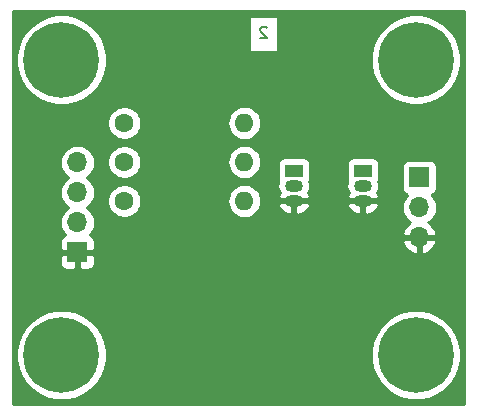
<source format=gbr>
G04 #@! TF.GenerationSoftware,KiCad,Pcbnew,(5.1.4)-1*
G04 #@! TF.CreationDate,2020-01-29T13:18:04+01:00*
G04 #@! TF.ProjectId,OneWire_Adapter,4f6e6557-6972-4655-9f41-646170746572,1.0*
G04 #@! TF.SameCoordinates,Original*
G04 #@! TF.FileFunction,Copper,L2,Bot*
G04 #@! TF.FilePolarity,Positive*
%FSLAX46Y46*%
G04 Gerber Fmt 4.6, Leading zero omitted, Abs format (unit mm)*
G04 Created by KiCad (PCBNEW (5.1.4)-1) date 2020-01-29 13:18:04*
%MOMM*%
%LPD*%
G04 APERTURE LIST*
%ADD10C,0.200000*%
%ADD11C,6.400000*%
%ADD12C,0.800000*%
%ADD13O,1.700000X1.700000*%
%ADD14R,1.700000X1.700000*%
%ADD15R,1.500000X1.050000*%
%ADD16O,1.500000X1.050000*%
%ADD17O,1.600000X1.600000*%
%ADD18C,1.600000*%
%ADD19C,0.254000*%
G04 APERTURE END LIST*
D10*
X143754714Y-84655619D02*
X143707095Y-84608000D01*
X143611857Y-84560380D01*
X143373761Y-84560380D01*
X143278523Y-84608000D01*
X143230904Y-84655619D01*
X143183285Y-84750857D01*
X143183285Y-84846095D01*
X143230904Y-84988952D01*
X143802333Y-85560380D01*
X143183285Y-85560380D01*
D11*
X126371000Y-112366000D03*
D12*
X128771000Y-112366000D03*
X128068056Y-114063056D03*
X126371000Y-114766000D03*
X124673944Y-114063056D03*
X123971000Y-112366000D03*
X124673944Y-110668944D03*
X126371000Y-109966000D03*
X128068056Y-110668944D03*
D11*
X126371000Y-87366000D03*
D12*
X128771000Y-87366000D03*
X128068056Y-89063056D03*
X126371000Y-89766000D03*
X124673944Y-89063056D03*
X123971000Y-87366000D03*
X124673944Y-85668944D03*
X126371000Y-84966000D03*
X128068056Y-85668944D03*
D11*
X156371000Y-87366000D03*
D12*
X158771000Y-87366000D03*
X158068056Y-89063056D03*
X156371000Y-89766000D03*
X154673944Y-89063056D03*
X153971000Y-87366000D03*
X154673944Y-85668944D03*
X156371000Y-84966000D03*
X158068056Y-85668944D03*
D13*
X156677000Y-102406000D03*
X156677000Y-99866000D03*
D14*
X156677000Y-97326000D03*
D13*
X127721000Y-96056000D03*
X127721000Y-98596000D03*
X127721000Y-101136000D03*
D14*
X127721000Y-103676000D03*
D15*
X151892000Y-96774000D03*
D16*
X151892000Y-99314000D03*
X151892000Y-98044000D03*
D15*
X146050000Y-96774000D03*
D16*
X146050000Y-99314000D03*
X146050000Y-98044000D03*
D17*
X141859000Y-92710000D03*
D18*
X131699000Y-92710000D03*
D17*
X141859000Y-96012000D03*
D18*
X131699000Y-96012000D03*
D17*
X141859000Y-99314000D03*
D18*
X131699000Y-99314000D03*
D12*
X158068056Y-110668944D03*
X156371000Y-109966000D03*
X154673944Y-110668944D03*
X153971000Y-112366000D03*
X154673944Y-114063056D03*
X156371000Y-114766000D03*
X158068056Y-114063056D03*
X158771000Y-112366000D03*
D11*
X156371000Y-112366000D03*
D19*
G36*
X160486001Y-116481000D02*
G01*
X122256000Y-116481000D01*
X122256000Y-111988285D01*
X122536000Y-111988285D01*
X122536000Y-112743715D01*
X122683377Y-113484628D01*
X122972467Y-114182554D01*
X123392161Y-114810670D01*
X123926330Y-115344839D01*
X124554446Y-115764533D01*
X125252372Y-116053623D01*
X125993285Y-116201000D01*
X126748715Y-116201000D01*
X127489628Y-116053623D01*
X128187554Y-115764533D01*
X128815670Y-115344839D01*
X129349839Y-114810670D01*
X129769533Y-114182554D01*
X130058623Y-113484628D01*
X130206000Y-112743715D01*
X130206000Y-111988285D01*
X152536000Y-111988285D01*
X152536000Y-112743715D01*
X152683377Y-113484628D01*
X152972467Y-114182554D01*
X153392161Y-114810670D01*
X153926330Y-115344839D01*
X154554446Y-115764533D01*
X155252372Y-116053623D01*
X155993285Y-116201000D01*
X156748715Y-116201000D01*
X157489628Y-116053623D01*
X158187554Y-115764533D01*
X158815670Y-115344839D01*
X159349839Y-114810670D01*
X159769533Y-114182554D01*
X160058623Y-113484628D01*
X160206000Y-112743715D01*
X160206000Y-111988285D01*
X160058623Y-111247372D01*
X159769533Y-110549446D01*
X159349839Y-109921330D01*
X158815670Y-109387161D01*
X158187554Y-108967467D01*
X157489628Y-108678377D01*
X156748715Y-108531000D01*
X155993285Y-108531000D01*
X155252372Y-108678377D01*
X154554446Y-108967467D01*
X153926330Y-109387161D01*
X153392161Y-109921330D01*
X152972467Y-110549446D01*
X152683377Y-111247372D01*
X152536000Y-111988285D01*
X130206000Y-111988285D01*
X130058623Y-111247372D01*
X129769533Y-110549446D01*
X129349839Y-109921330D01*
X128815670Y-109387161D01*
X128187554Y-108967467D01*
X127489628Y-108678377D01*
X126748715Y-108531000D01*
X125993285Y-108531000D01*
X125252372Y-108678377D01*
X124554446Y-108967467D01*
X123926330Y-109387161D01*
X123392161Y-109921330D01*
X122972467Y-110549446D01*
X122683377Y-111247372D01*
X122536000Y-111988285D01*
X122256000Y-111988285D01*
X122256000Y-104526000D01*
X126232928Y-104526000D01*
X126245188Y-104650482D01*
X126281498Y-104770180D01*
X126340463Y-104880494D01*
X126419815Y-104977185D01*
X126516506Y-105056537D01*
X126626820Y-105115502D01*
X126746518Y-105151812D01*
X126871000Y-105164072D01*
X127435250Y-105161000D01*
X127594000Y-105002250D01*
X127594000Y-103803000D01*
X127848000Y-103803000D01*
X127848000Y-105002250D01*
X128006750Y-105161000D01*
X128571000Y-105164072D01*
X128695482Y-105151812D01*
X128815180Y-105115502D01*
X128925494Y-105056537D01*
X129022185Y-104977185D01*
X129101537Y-104880494D01*
X129160502Y-104770180D01*
X129196812Y-104650482D01*
X129209072Y-104526000D01*
X129206000Y-103961750D01*
X129047250Y-103803000D01*
X127848000Y-103803000D01*
X127594000Y-103803000D01*
X126394750Y-103803000D01*
X126236000Y-103961750D01*
X126232928Y-104526000D01*
X122256000Y-104526000D01*
X122256000Y-96056000D01*
X126228815Y-96056000D01*
X126257487Y-96347111D01*
X126342401Y-96627034D01*
X126480294Y-96885014D01*
X126665866Y-97111134D01*
X126891986Y-97296706D01*
X126946791Y-97326000D01*
X126891986Y-97355294D01*
X126665866Y-97540866D01*
X126480294Y-97766986D01*
X126342401Y-98024966D01*
X126257487Y-98304889D01*
X126228815Y-98596000D01*
X126257487Y-98887111D01*
X126342401Y-99167034D01*
X126480294Y-99425014D01*
X126665866Y-99651134D01*
X126891986Y-99836706D01*
X126946791Y-99866000D01*
X126891986Y-99895294D01*
X126665866Y-100080866D01*
X126480294Y-100306986D01*
X126342401Y-100564966D01*
X126257487Y-100844889D01*
X126228815Y-101136000D01*
X126257487Y-101427111D01*
X126342401Y-101707034D01*
X126480294Y-101965014D01*
X126665866Y-102191134D01*
X126695687Y-102215607D01*
X126626820Y-102236498D01*
X126516506Y-102295463D01*
X126419815Y-102374815D01*
X126340463Y-102471506D01*
X126281498Y-102581820D01*
X126245188Y-102701518D01*
X126232928Y-102826000D01*
X126236000Y-103390250D01*
X126394750Y-103549000D01*
X127594000Y-103549000D01*
X127594000Y-103529000D01*
X127848000Y-103529000D01*
X127848000Y-103549000D01*
X129047250Y-103549000D01*
X129206000Y-103390250D01*
X129209072Y-102826000D01*
X129202857Y-102762890D01*
X155235524Y-102762890D01*
X155280175Y-102910099D01*
X155405359Y-103172920D01*
X155579412Y-103406269D01*
X155795645Y-103601178D01*
X156045748Y-103750157D01*
X156320109Y-103847481D01*
X156550000Y-103726814D01*
X156550000Y-102533000D01*
X156804000Y-102533000D01*
X156804000Y-103726814D01*
X157033891Y-103847481D01*
X157308252Y-103750157D01*
X157558355Y-103601178D01*
X157774588Y-103406269D01*
X157948641Y-103172920D01*
X158073825Y-102910099D01*
X158118476Y-102762890D01*
X157997155Y-102533000D01*
X156804000Y-102533000D01*
X156550000Y-102533000D01*
X155356845Y-102533000D01*
X155235524Y-102762890D01*
X129202857Y-102762890D01*
X129196812Y-102701518D01*
X129160502Y-102581820D01*
X129101537Y-102471506D01*
X129022185Y-102374815D01*
X128925494Y-102295463D01*
X128815180Y-102236498D01*
X128746313Y-102215607D01*
X128776134Y-102191134D01*
X128961706Y-101965014D01*
X129099599Y-101707034D01*
X129184513Y-101427111D01*
X129213185Y-101136000D01*
X129184513Y-100844889D01*
X129099599Y-100564966D01*
X128961706Y-100306986D01*
X128776134Y-100080866D01*
X128550014Y-99895294D01*
X128495209Y-99866000D01*
X128550014Y-99836706D01*
X128776134Y-99651134D01*
X128961706Y-99425014D01*
X129096589Y-99172665D01*
X130264000Y-99172665D01*
X130264000Y-99455335D01*
X130319147Y-99732574D01*
X130427320Y-99993727D01*
X130584363Y-100228759D01*
X130784241Y-100428637D01*
X131019273Y-100585680D01*
X131280426Y-100693853D01*
X131557665Y-100749000D01*
X131840335Y-100749000D01*
X132117574Y-100693853D01*
X132378727Y-100585680D01*
X132613759Y-100428637D01*
X132813637Y-100228759D01*
X132970680Y-99993727D01*
X133078853Y-99732574D01*
X133134000Y-99455335D01*
X133134000Y-99314000D01*
X140417057Y-99314000D01*
X140444764Y-99595309D01*
X140526818Y-99865808D01*
X140660068Y-100115101D01*
X140839392Y-100333608D01*
X141057899Y-100512932D01*
X141307192Y-100646182D01*
X141577691Y-100728236D01*
X141788508Y-100749000D01*
X141929492Y-100749000D01*
X142140309Y-100728236D01*
X142410808Y-100646182D01*
X142660101Y-100512932D01*
X142878608Y-100333608D01*
X143057932Y-100115101D01*
X143191182Y-99865808D01*
X143265803Y-99619810D01*
X144706036Y-99619810D01*
X144714728Y-99681337D01*
X144807725Y-99890882D01*
X144939816Y-100078258D01*
X145105924Y-100236264D01*
X145299666Y-100358828D01*
X145513596Y-100441239D01*
X145739493Y-100480331D01*
X145923000Y-100320598D01*
X145923000Y-99441000D01*
X146177000Y-99441000D01*
X146177000Y-100320598D01*
X146360507Y-100480331D01*
X146586404Y-100441239D01*
X146800334Y-100358828D01*
X146994076Y-100236264D01*
X147160184Y-100078258D01*
X147292275Y-99890882D01*
X147385272Y-99681337D01*
X147393964Y-99619810D01*
X150548036Y-99619810D01*
X150556728Y-99681337D01*
X150649725Y-99890882D01*
X150781816Y-100078258D01*
X150947924Y-100236264D01*
X151141666Y-100358828D01*
X151355596Y-100441239D01*
X151581493Y-100480331D01*
X151765000Y-100320598D01*
X151765000Y-99441000D01*
X152019000Y-99441000D01*
X152019000Y-100320598D01*
X152202507Y-100480331D01*
X152428404Y-100441239D01*
X152642334Y-100358828D01*
X152836076Y-100236264D01*
X153002184Y-100078258D01*
X153134275Y-99890882D01*
X153145317Y-99866000D01*
X155184815Y-99866000D01*
X155213487Y-100157111D01*
X155298401Y-100437034D01*
X155436294Y-100695014D01*
X155621866Y-100921134D01*
X155847986Y-101106706D01*
X155912523Y-101141201D01*
X155795645Y-101210822D01*
X155579412Y-101405731D01*
X155405359Y-101639080D01*
X155280175Y-101901901D01*
X155235524Y-102049110D01*
X155356845Y-102279000D01*
X156550000Y-102279000D01*
X156550000Y-102259000D01*
X156804000Y-102259000D01*
X156804000Y-102279000D01*
X157997155Y-102279000D01*
X158118476Y-102049110D01*
X158073825Y-101901901D01*
X157948641Y-101639080D01*
X157774588Y-101405731D01*
X157558355Y-101210822D01*
X157441477Y-101141201D01*
X157506014Y-101106706D01*
X157732134Y-100921134D01*
X157917706Y-100695014D01*
X158055599Y-100437034D01*
X158140513Y-100157111D01*
X158169185Y-99866000D01*
X158140513Y-99574889D01*
X158055599Y-99294966D01*
X157917706Y-99036986D01*
X157732134Y-98810866D01*
X157702313Y-98786393D01*
X157771180Y-98765502D01*
X157881494Y-98706537D01*
X157978185Y-98627185D01*
X158057537Y-98530494D01*
X158116502Y-98420180D01*
X158152812Y-98300482D01*
X158165072Y-98176000D01*
X158165072Y-96476000D01*
X158152812Y-96351518D01*
X158116502Y-96231820D01*
X158057537Y-96121506D01*
X157978185Y-96024815D01*
X157881494Y-95945463D01*
X157771180Y-95886498D01*
X157651482Y-95850188D01*
X157527000Y-95837928D01*
X155827000Y-95837928D01*
X155702518Y-95850188D01*
X155582820Y-95886498D01*
X155472506Y-95945463D01*
X155375815Y-96024815D01*
X155296463Y-96121506D01*
X155237498Y-96231820D01*
X155201188Y-96351518D01*
X155188928Y-96476000D01*
X155188928Y-98176000D01*
X155201188Y-98300482D01*
X155237498Y-98420180D01*
X155296463Y-98530494D01*
X155375815Y-98627185D01*
X155472506Y-98706537D01*
X155582820Y-98765502D01*
X155651687Y-98786393D01*
X155621866Y-98810866D01*
X155436294Y-99036986D01*
X155298401Y-99294966D01*
X155213487Y-99574889D01*
X155184815Y-99866000D01*
X153145317Y-99866000D01*
X153227272Y-99681337D01*
X153235964Y-99619810D01*
X153110163Y-99441000D01*
X152019000Y-99441000D01*
X151765000Y-99441000D01*
X150673837Y-99441000D01*
X150548036Y-99619810D01*
X147393964Y-99619810D01*
X147268163Y-99441000D01*
X146177000Y-99441000D01*
X145923000Y-99441000D01*
X144831837Y-99441000D01*
X144706036Y-99619810D01*
X143265803Y-99619810D01*
X143273236Y-99595309D01*
X143300943Y-99314000D01*
X143273236Y-99032691D01*
X143191182Y-98762192D01*
X143057932Y-98512899D01*
X142878608Y-98294392D01*
X142660101Y-98115068D01*
X142527143Y-98044000D01*
X144659388Y-98044000D01*
X144681785Y-98271400D01*
X144748115Y-98490060D01*
X144848929Y-98678669D01*
X144807725Y-98737118D01*
X144714728Y-98946663D01*
X144706036Y-99008190D01*
X144831837Y-99187000D01*
X145596891Y-99187000D01*
X145597600Y-99187215D01*
X145768021Y-99204000D01*
X146331979Y-99204000D01*
X146502400Y-99187215D01*
X146503109Y-99187000D01*
X147268163Y-99187000D01*
X147393964Y-99008190D01*
X147385272Y-98946663D01*
X147292275Y-98737118D01*
X147251071Y-98678669D01*
X147351885Y-98490060D01*
X147418215Y-98271400D01*
X147440612Y-98044000D01*
X150501388Y-98044000D01*
X150523785Y-98271400D01*
X150590115Y-98490060D01*
X150690929Y-98678669D01*
X150649725Y-98737118D01*
X150556728Y-98946663D01*
X150548036Y-99008190D01*
X150673837Y-99187000D01*
X151438891Y-99187000D01*
X151439600Y-99187215D01*
X151610021Y-99204000D01*
X152173979Y-99204000D01*
X152344400Y-99187215D01*
X152345109Y-99187000D01*
X153110163Y-99187000D01*
X153235964Y-99008190D01*
X153227272Y-98946663D01*
X153134275Y-98737118D01*
X153093071Y-98678669D01*
X153193885Y-98490060D01*
X153260215Y-98271400D01*
X153282612Y-98044000D01*
X153260215Y-97816600D01*
X153196907Y-97607902D01*
X153231502Y-97543180D01*
X153267812Y-97423482D01*
X153280072Y-97299000D01*
X153280072Y-96249000D01*
X153267812Y-96124518D01*
X153231502Y-96004820D01*
X153172537Y-95894506D01*
X153093185Y-95797815D01*
X152996494Y-95718463D01*
X152886180Y-95659498D01*
X152766482Y-95623188D01*
X152642000Y-95610928D01*
X151142000Y-95610928D01*
X151017518Y-95623188D01*
X150897820Y-95659498D01*
X150787506Y-95718463D01*
X150690815Y-95797815D01*
X150611463Y-95894506D01*
X150552498Y-96004820D01*
X150516188Y-96124518D01*
X150503928Y-96249000D01*
X150503928Y-97299000D01*
X150516188Y-97423482D01*
X150552498Y-97543180D01*
X150587093Y-97607902D01*
X150523785Y-97816600D01*
X150501388Y-98044000D01*
X147440612Y-98044000D01*
X147418215Y-97816600D01*
X147354907Y-97607902D01*
X147389502Y-97543180D01*
X147425812Y-97423482D01*
X147438072Y-97299000D01*
X147438072Y-96249000D01*
X147425812Y-96124518D01*
X147389502Y-96004820D01*
X147330537Y-95894506D01*
X147251185Y-95797815D01*
X147154494Y-95718463D01*
X147044180Y-95659498D01*
X146924482Y-95623188D01*
X146800000Y-95610928D01*
X145300000Y-95610928D01*
X145175518Y-95623188D01*
X145055820Y-95659498D01*
X144945506Y-95718463D01*
X144848815Y-95797815D01*
X144769463Y-95894506D01*
X144710498Y-96004820D01*
X144674188Y-96124518D01*
X144661928Y-96249000D01*
X144661928Y-97299000D01*
X144674188Y-97423482D01*
X144710498Y-97543180D01*
X144745093Y-97607902D01*
X144681785Y-97816600D01*
X144659388Y-98044000D01*
X142527143Y-98044000D01*
X142410808Y-97981818D01*
X142140309Y-97899764D01*
X141929492Y-97879000D01*
X141788508Y-97879000D01*
X141577691Y-97899764D01*
X141307192Y-97981818D01*
X141057899Y-98115068D01*
X140839392Y-98294392D01*
X140660068Y-98512899D01*
X140526818Y-98762192D01*
X140444764Y-99032691D01*
X140417057Y-99314000D01*
X133134000Y-99314000D01*
X133134000Y-99172665D01*
X133078853Y-98895426D01*
X132970680Y-98634273D01*
X132813637Y-98399241D01*
X132613759Y-98199363D01*
X132378727Y-98042320D01*
X132117574Y-97934147D01*
X131840335Y-97879000D01*
X131557665Y-97879000D01*
X131280426Y-97934147D01*
X131019273Y-98042320D01*
X130784241Y-98199363D01*
X130584363Y-98399241D01*
X130427320Y-98634273D01*
X130319147Y-98895426D01*
X130264000Y-99172665D01*
X129096589Y-99172665D01*
X129099599Y-99167034D01*
X129184513Y-98887111D01*
X129213185Y-98596000D01*
X129184513Y-98304889D01*
X129099599Y-98024966D01*
X128961706Y-97766986D01*
X128776134Y-97540866D01*
X128550014Y-97355294D01*
X128495209Y-97326000D01*
X128550014Y-97296706D01*
X128776134Y-97111134D01*
X128961706Y-96885014D01*
X129099599Y-96627034D01*
X129184513Y-96347111D01*
X129213185Y-96056000D01*
X129194932Y-95870665D01*
X130264000Y-95870665D01*
X130264000Y-96153335D01*
X130319147Y-96430574D01*
X130427320Y-96691727D01*
X130584363Y-96926759D01*
X130784241Y-97126637D01*
X131019273Y-97283680D01*
X131280426Y-97391853D01*
X131557665Y-97447000D01*
X131840335Y-97447000D01*
X132117574Y-97391853D01*
X132378727Y-97283680D01*
X132613759Y-97126637D01*
X132813637Y-96926759D01*
X132970680Y-96691727D01*
X133078853Y-96430574D01*
X133134000Y-96153335D01*
X133134000Y-96012000D01*
X140417057Y-96012000D01*
X140444764Y-96293309D01*
X140526818Y-96563808D01*
X140660068Y-96813101D01*
X140839392Y-97031608D01*
X141057899Y-97210932D01*
X141307192Y-97344182D01*
X141577691Y-97426236D01*
X141788508Y-97447000D01*
X141929492Y-97447000D01*
X142140309Y-97426236D01*
X142410808Y-97344182D01*
X142660101Y-97210932D01*
X142878608Y-97031608D01*
X143057932Y-96813101D01*
X143191182Y-96563808D01*
X143273236Y-96293309D01*
X143300943Y-96012000D01*
X143273236Y-95730691D01*
X143191182Y-95460192D01*
X143057932Y-95210899D01*
X142878608Y-94992392D01*
X142660101Y-94813068D01*
X142410808Y-94679818D01*
X142140309Y-94597764D01*
X141929492Y-94577000D01*
X141788508Y-94577000D01*
X141577691Y-94597764D01*
X141307192Y-94679818D01*
X141057899Y-94813068D01*
X140839392Y-94992392D01*
X140660068Y-95210899D01*
X140526818Y-95460192D01*
X140444764Y-95730691D01*
X140417057Y-96012000D01*
X133134000Y-96012000D01*
X133134000Y-95870665D01*
X133078853Y-95593426D01*
X132970680Y-95332273D01*
X132813637Y-95097241D01*
X132613759Y-94897363D01*
X132378727Y-94740320D01*
X132117574Y-94632147D01*
X131840335Y-94577000D01*
X131557665Y-94577000D01*
X131280426Y-94632147D01*
X131019273Y-94740320D01*
X130784241Y-94897363D01*
X130584363Y-95097241D01*
X130427320Y-95332273D01*
X130319147Y-95593426D01*
X130264000Y-95870665D01*
X129194932Y-95870665D01*
X129184513Y-95764889D01*
X129099599Y-95484966D01*
X128961706Y-95226986D01*
X128776134Y-95000866D01*
X128550014Y-94815294D01*
X128292034Y-94677401D01*
X128012111Y-94592487D01*
X127793950Y-94571000D01*
X127648050Y-94571000D01*
X127429889Y-94592487D01*
X127149966Y-94677401D01*
X126891986Y-94815294D01*
X126665866Y-95000866D01*
X126480294Y-95226986D01*
X126342401Y-95484966D01*
X126257487Y-95764889D01*
X126228815Y-96056000D01*
X122256000Y-96056000D01*
X122256000Y-92568665D01*
X130264000Y-92568665D01*
X130264000Y-92851335D01*
X130319147Y-93128574D01*
X130427320Y-93389727D01*
X130584363Y-93624759D01*
X130784241Y-93824637D01*
X131019273Y-93981680D01*
X131280426Y-94089853D01*
X131557665Y-94145000D01*
X131840335Y-94145000D01*
X132117574Y-94089853D01*
X132378727Y-93981680D01*
X132613759Y-93824637D01*
X132813637Y-93624759D01*
X132970680Y-93389727D01*
X133078853Y-93128574D01*
X133134000Y-92851335D01*
X133134000Y-92710000D01*
X140417057Y-92710000D01*
X140444764Y-92991309D01*
X140526818Y-93261808D01*
X140660068Y-93511101D01*
X140839392Y-93729608D01*
X141057899Y-93908932D01*
X141307192Y-94042182D01*
X141577691Y-94124236D01*
X141788508Y-94145000D01*
X141929492Y-94145000D01*
X142140309Y-94124236D01*
X142410808Y-94042182D01*
X142660101Y-93908932D01*
X142878608Y-93729608D01*
X143057932Y-93511101D01*
X143191182Y-93261808D01*
X143273236Y-92991309D01*
X143300943Y-92710000D01*
X143273236Y-92428691D01*
X143191182Y-92158192D01*
X143057932Y-91908899D01*
X142878608Y-91690392D01*
X142660101Y-91511068D01*
X142410808Y-91377818D01*
X142140309Y-91295764D01*
X141929492Y-91275000D01*
X141788508Y-91275000D01*
X141577691Y-91295764D01*
X141307192Y-91377818D01*
X141057899Y-91511068D01*
X140839392Y-91690392D01*
X140660068Y-91908899D01*
X140526818Y-92158192D01*
X140444764Y-92428691D01*
X140417057Y-92710000D01*
X133134000Y-92710000D01*
X133134000Y-92568665D01*
X133078853Y-92291426D01*
X132970680Y-92030273D01*
X132813637Y-91795241D01*
X132613759Y-91595363D01*
X132378727Y-91438320D01*
X132117574Y-91330147D01*
X131840335Y-91275000D01*
X131557665Y-91275000D01*
X131280426Y-91330147D01*
X131019273Y-91438320D01*
X130784241Y-91595363D01*
X130584363Y-91795241D01*
X130427320Y-92030273D01*
X130319147Y-92291426D01*
X130264000Y-92568665D01*
X122256000Y-92568665D01*
X122256000Y-86988285D01*
X122536000Y-86988285D01*
X122536000Y-87743715D01*
X122683377Y-88484628D01*
X122972467Y-89182554D01*
X123392161Y-89810670D01*
X123926330Y-90344839D01*
X124554446Y-90764533D01*
X125252372Y-91053623D01*
X125993285Y-91201000D01*
X126748715Y-91201000D01*
X127489628Y-91053623D01*
X128187554Y-90764533D01*
X128815670Y-90344839D01*
X129349839Y-89810670D01*
X129769533Y-89182554D01*
X130058623Y-88484628D01*
X130206000Y-87743715D01*
X130206000Y-86988285D01*
X152536000Y-86988285D01*
X152536000Y-87743715D01*
X152683377Y-88484628D01*
X152972467Y-89182554D01*
X153392161Y-89810670D01*
X153926330Y-90344839D01*
X154554446Y-90764533D01*
X155252372Y-91053623D01*
X155993285Y-91201000D01*
X156748715Y-91201000D01*
X157489628Y-91053623D01*
X158187554Y-90764533D01*
X158815670Y-90344839D01*
X159349839Y-89810670D01*
X159769533Y-89182554D01*
X160058623Y-88484628D01*
X160206000Y-87743715D01*
X160206000Y-86988285D01*
X160058623Y-86247372D01*
X159769533Y-85549446D01*
X159349839Y-84921330D01*
X158815670Y-84387161D01*
X158187554Y-83967467D01*
X157489628Y-83678377D01*
X156748715Y-83531000D01*
X155993285Y-83531000D01*
X155252372Y-83678377D01*
X154554446Y-83967467D01*
X153926330Y-84387161D01*
X153392161Y-84921330D01*
X152972467Y-85549446D01*
X152683377Y-86247372D01*
X152536000Y-86988285D01*
X130206000Y-86988285D01*
X130058623Y-86247372D01*
X129769533Y-85549446D01*
X129349839Y-84921330D01*
X128815670Y-84387161D01*
X128187554Y-83967467D01*
X127549074Y-83703000D01*
X142257810Y-83703000D01*
X142257810Y-86673000D01*
X144680191Y-86673000D01*
X144680191Y-83703000D01*
X142257810Y-83703000D01*
X127549074Y-83703000D01*
X127489628Y-83678377D01*
X126748715Y-83531000D01*
X125993285Y-83531000D01*
X125252372Y-83678377D01*
X124554446Y-83967467D01*
X123926330Y-84387161D01*
X123392161Y-84921330D01*
X122972467Y-85549446D01*
X122683377Y-86247372D01*
X122536000Y-86988285D01*
X122256000Y-86988285D01*
X122256000Y-83251000D01*
X160486000Y-83251000D01*
X160486001Y-116481000D01*
X160486001Y-116481000D01*
G37*
X160486001Y-116481000D02*
X122256000Y-116481000D01*
X122256000Y-111988285D01*
X122536000Y-111988285D01*
X122536000Y-112743715D01*
X122683377Y-113484628D01*
X122972467Y-114182554D01*
X123392161Y-114810670D01*
X123926330Y-115344839D01*
X124554446Y-115764533D01*
X125252372Y-116053623D01*
X125993285Y-116201000D01*
X126748715Y-116201000D01*
X127489628Y-116053623D01*
X128187554Y-115764533D01*
X128815670Y-115344839D01*
X129349839Y-114810670D01*
X129769533Y-114182554D01*
X130058623Y-113484628D01*
X130206000Y-112743715D01*
X130206000Y-111988285D01*
X152536000Y-111988285D01*
X152536000Y-112743715D01*
X152683377Y-113484628D01*
X152972467Y-114182554D01*
X153392161Y-114810670D01*
X153926330Y-115344839D01*
X154554446Y-115764533D01*
X155252372Y-116053623D01*
X155993285Y-116201000D01*
X156748715Y-116201000D01*
X157489628Y-116053623D01*
X158187554Y-115764533D01*
X158815670Y-115344839D01*
X159349839Y-114810670D01*
X159769533Y-114182554D01*
X160058623Y-113484628D01*
X160206000Y-112743715D01*
X160206000Y-111988285D01*
X160058623Y-111247372D01*
X159769533Y-110549446D01*
X159349839Y-109921330D01*
X158815670Y-109387161D01*
X158187554Y-108967467D01*
X157489628Y-108678377D01*
X156748715Y-108531000D01*
X155993285Y-108531000D01*
X155252372Y-108678377D01*
X154554446Y-108967467D01*
X153926330Y-109387161D01*
X153392161Y-109921330D01*
X152972467Y-110549446D01*
X152683377Y-111247372D01*
X152536000Y-111988285D01*
X130206000Y-111988285D01*
X130058623Y-111247372D01*
X129769533Y-110549446D01*
X129349839Y-109921330D01*
X128815670Y-109387161D01*
X128187554Y-108967467D01*
X127489628Y-108678377D01*
X126748715Y-108531000D01*
X125993285Y-108531000D01*
X125252372Y-108678377D01*
X124554446Y-108967467D01*
X123926330Y-109387161D01*
X123392161Y-109921330D01*
X122972467Y-110549446D01*
X122683377Y-111247372D01*
X122536000Y-111988285D01*
X122256000Y-111988285D01*
X122256000Y-104526000D01*
X126232928Y-104526000D01*
X126245188Y-104650482D01*
X126281498Y-104770180D01*
X126340463Y-104880494D01*
X126419815Y-104977185D01*
X126516506Y-105056537D01*
X126626820Y-105115502D01*
X126746518Y-105151812D01*
X126871000Y-105164072D01*
X127435250Y-105161000D01*
X127594000Y-105002250D01*
X127594000Y-103803000D01*
X127848000Y-103803000D01*
X127848000Y-105002250D01*
X128006750Y-105161000D01*
X128571000Y-105164072D01*
X128695482Y-105151812D01*
X128815180Y-105115502D01*
X128925494Y-105056537D01*
X129022185Y-104977185D01*
X129101537Y-104880494D01*
X129160502Y-104770180D01*
X129196812Y-104650482D01*
X129209072Y-104526000D01*
X129206000Y-103961750D01*
X129047250Y-103803000D01*
X127848000Y-103803000D01*
X127594000Y-103803000D01*
X126394750Y-103803000D01*
X126236000Y-103961750D01*
X126232928Y-104526000D01*
X122256000Y-104526000D01*
X122256000Y-96056000D01*
X126228815Y-96056000D01*
X126257487Y-96347111D01*
X126342401Y-96627034D01*
X126480294Y-96885014D01*
X126665866Y-97111134D01*
X126891986Y-97296706D01*
X126946791Y-97326000D01*
X126891986Y-97355294D01*
X126665866Y-97540866D01*
X126480294Y-97766986D01*
X126342401Y-98024966D01*
X126257487Y-98304889D01*
X126228815Y-98596000D01*
X126257487Y-98887111D01*
X126342401Y-99167034D01*
X126480294Y-99425014D01*
X126665866Y-99651134D01*
X126891986Y-99836706D01*
X126946791Y-99866000D01*
X126891986Y-99895294D01*
X126665866Y-100080866D01*
X126480294Y-100306986D01*
X126342401Y-100564966D01*
X126257487Y-100844889D01*
X126228815Y-101136000D01*
X126257487Y-101427111D01*
X126342401Y-101707034D01*
X126480294Y-101965014D01*
X126665866Y-102191134D01*
X126695687Y-102215607D01*
X126626820Y-102236498D01*
X126516506Y-102295463D01*
X126419815Y-102374815D01*
X126340463Y-102471506D01*
X126281498Y-102581820D01*
X126245188Y-102701518D01*
X126232928Y-102826000D01*
X126236000Y-103390250D01*
X126394750Y-103549000D01*
X127594000Y-103549000D01*
X127594000Y-103529000D01*
X127848000Y-103529000D01*
X127848000Y-103549000D01*
X129047250Y-103549000D01*
X129206000Y-103390250D01*
X129209072Y-102826000D01*
X129202857Y-102762890D01*
X155235524Y-102762890D01*
X155280175Y-102910099D01*
X155405359Y-103172920D01*
X155579412Y-103406269D01*
X155795645Y-103601178D01*
X156045748Y-103750157D01*
X156320109Y-103847481D01*
X156550000Y-103726814D01*
X156550000Y-102533000D01*
X156804000Y-102533000D01*
X156804000Y-103726814D01*
X157033891Y-103847481D01*
X157308252Y-103750157D01*
X157558355Y-103601178D01*
X157774588Y-103406269D01*
X157948641Y-103172920D01*
X158073825Y-102910099D01*
X158118476Y-102762890D01*
X157997155Y-102533000D01*
X156804000Y-102533000D01*
X156550000Y-102533000D01*
X155356845Y-102533000D01*
X155235524Y-102762890D01*
X129202857Y-102762890D01*
X129196812Y-102701518D01*
X129160502Y-102581820D01*
X129101537Y-102471506D01*
X129022185Y-102374815D01*
X128925494Y-102295463D01*
X128815180Y-102236498D01*
X128746313Y-102215607D01*
X128776134Y-102191134D01*
X128961706Y-101965014D01*
X129099599Y-101707034D01*
X129184513Y-101427111D01*
X129213185Y-101136000D01*
X129184513Y-100844889D01*
X129099599Y-100564966D01*
X128961706Y-100306986D01*
X128776134Y-100080866D01*
X128550014Y-99895294D01*
X128495209Y-99866000D01*
X128550014Y-99836706D01*
X128776134Y-99651134D01*
X128961706Y-99425014D01*
X129096589Y-99172665D01*
X130264000Y-99172665D01*
X130264000Y-99455335D01*
X130319147Y-99732574D01*
X130427320Y-99993727D01*
X130584363Y-100228759D01*
X130784241Y-100428637D01*
X131019273Y-100585680D01*
X131280426Y-100693853D01*
X131557665Y-100749000D01*
X131840335Y-100749000D01*
X132117574Y-100693853D01*
X132378727Y-100585680D01*
X132613759Y-100428637D01*
X132813637Y-100228759D01*
X132970680Y-99993727D01*
X133078853Y-99732574D01*
X133134000Y-99455335D01*
X133134000Y-99314000D01*
X140417057Y-99314000D01*
X140444764Y-99595309D01*
X140526818Y-99865808D01*
X140660068Y-100115101D01*
X140839392Y-100333608D01*
X141057899Y-100512932D01*
X141307192Y-100646182D01*
X141577691Y-100728236D01*
X141788508Y-100749000D01*
X141929492Y-100749000D01*
X142140309Y-100728236D01*
X142410808Y-100646182D01*
X142660101Y-100512932D01*
X142878608Y-100333608D01*
X143057932Y-100115101D01*
X143191182Y-99865808D01*
X143265803Y-99619810D01*
X144706036Y-99619810D01*
X144714728Y-99681337D01*
X144807725Y-99890882D01*
X144939816Y-100078258D01*
X145105924Y-100236264D01*
X145299666Y-100358828D01*
X145513596Y-100441239D01*
X145739493Y-100480331D01*
X145923000Y-100320598D01*
X145923000Y-99441000D01*
X146177000Y-99441000D01*
X146177000Y-100320598D01*
X146360507Y-100480331D01*
X146586404Y-100441239D01*
X146800334Y-100358828D01*
X146994076Y-100236264D01*
X147160184Y-100078258D01*
X147292275Y-99890882D01*
X147385272Y-99681337D01*
X147393964Y-99619810D01*
X150548036Y-99619810D01*
X150556728Y-99681337D01*
X150649725Y-99890882D01*
X150781816Y-100078258D01*
X150947924Y-100236264D01*
X151141666Y-100358828D01*
X151355596Y-100441239D01*
X151581493Y-100480331D01*
X151765000Y-100320598D01*
X151765000Y-99441000D01*
X152019000Y-99441000D01*
X152019000Y-100320598D01*
X152202507Y-100480331D01*
X152428404Y-100441239D01*
X152642334Y-100358828D01*
X152836076Y-100236264D01*
X153002184Y-100078258D01*
X153134275Y-99890882D01*
X153145317Y-99866000D01*
X155184815Y-99866000D01*
X155213487Y-100157111D01*
X155298401Y-100437034D01*
X155436294Y-100695014D01*
X155621866Y-100921134D01*
X155847986Y-101106706D01*
X155912523Y-101141201D01*
X155795645Y-101210822D01*
X155579412Y-101405731D01*
X155405359Y-101639080D01*
X155280175Y-101901901D01*
X155235524Y-102049110D01*
X155356845Y-102279000D01*
X156550000Y-102279000D01*
X156550000Y-102259000D01*
X156804000Y-102259000D01*
X156804000Y-102279000D01*
X157997155Y-102279000D01*
X158118476Y-102049110D01*
X158073825Y-101901901D01*
X157948641Y-101639080D01*
X157774588Y-101405731D01*
X157558355Y-101210822D01*
X157441477Y-101141201D01*
X157506014Y-101106706D01*
X157732134Y-100921134D01*
X157917706Y-100695014D01*
X158055599Y-100437034D01*
X158140513Y-100157111D01*
X158169185Y-99866000D01*
X158140513Y-99574889D01*
X158055599Y-99294966D01*
X157917706Y-99036986D01*
X157732134Y-98810866D01*
X157702313Y-98786393D01*
X157771180Y-98765502D01*
X157881494Y-98706537D01*
X157978185Y-98627185D01*
X158057537Y-98530494D01*
X158116502Y-98420180D01*
X158152812Y-98300482D01*
X158165072Y-98176000D01*
X158165072Y-96476000D01*
X158152812Y-96351518D01*
X158116502Y-96231820D01*
X158057537Y-96121506D01*
X157978185Y-96024815D01*
X157881494Y-95945463D01*
X157771180Y-95886498D01*
X157651482Y-95850188D01*
X157527000Y-95837928D01*
X155827000Y-95837928D01*
X155702518Y-95850188D01*
X155582820Y-95886498D01*
X155472506Y-95945463D01*
X155375815Y-96024815D01*
X155296463Y-96121506D01*
X155237498Y-96231820D01*
X155201188Y-96351518D01*
X155188928Y-96476000D01*
X155188928Y-98176000D01*
X155201188Y-98300482D01*
X155237498Y-98420180D01*
X155296463Y-98530494D01*
X155375815Y-98627185D01*
X155472506Y-98706537D01*
X155582820Y-98765502D01*
X155651687Y-98786393D01*
X155621866Y-98810866D01*
X155436294Y-99036986D01*
X155298401Y-99294966D01*
X155213487Y-99574889D01*
X155184815Y-99866000D01*
X153145317Y-99866000D01*
X153227272Y-99681337D01*
X153235964Y-99619810D01*
X153110163Y-99441000D01*
X152019000Y-99441000D01*
X151765000Y-99441000D01*
X150673837Y-99441000D01*
X150548036Y-99619810D01*
X147393964Y-99619810D01*
X147268163Y-99441000D01*
X146177000Y-99441000D01*
X145923000Y-99441000D01*
X144831837Y-99441000D01*
X144706036Y-99619810D01*
X143265803Y-99619810D01*
X143273236Y-99595309D01*
X143300943Y-99314000D01*
X143273236Y-99032691D01*
X143191182Y-98762192D01*
X143057932Y-98512899D01*
X142878608Y-98294392D01*
X142660101Y-98115068D01*
X142527143Y-98044000D01*
X144659388Y-98044000D01*
X144681785Y-98271400D01*
X144748115Y-98490060D01*
X144848929Y-98678669D01*
X144807725Y-98737118D01*
X144714728Y-98946663D01*
X144706036Y-99008190D01*
X144831837Y-99187000D01*
X145596891Y-99187000D01*
X145597600Y-99187215D01*
X145768021Y-99204000D01*
X146331979Y-99204000D01*
X146502400Y-99187215D01*
X146503109Y-99187000D01*
X147268163Y-99187000D01*
X147393964Y-99008190D01*
X147385272Y-98946663D01*
X147292275Y-98737118D01*
X147251071Y-98678669D01*
X147351885Y-98490060D01*
X147418215Y-98271400D01*
X147440612Y-98044000D01*
X150501388Y-98044000D01*
X150523785Y-98271400D01*
X150590115Y-98490060D01*
X150690929Y-98678669D01*
X150649725Y-98737118D01*
X150556728Y-98946663D01*
X150548036Y-99008190D01*
X150673837Y-99187000D01*
X151438891Y-99187000D01*
X151439600Y-99187215D01*
X151610021Y-99204000D01*
X152173979Y-99204000D01*
X152344400Y-99187215D01*
X152345109Y-99187000D01*
X153110163Y-99187000D01*
X153235964Y-99008190D01*
X153227272Y-98946663D01*
X153134275Y-98737118D01*
X153093071Y-98678669D01*
X153193885Y-98490060D01*
X153260215Y-98271400D01*
X153282612Y-98044000D01*
X153260215Y-97816600D01*
X153196907Y-97607902D01*
X153231502Y-97543180D01*
X153267812Y-97423482D01*
X153280072Y-97299000D01*
X153280072Y-96249000D01*
X153267812Y-96124518D01*
X153231502Y-96004820D01*
X153172537Y-95894506D01*
X153093185Y-95797815D01*
X152996494Y-95718463D01*
X152886180Y-95659498D01*
X152766482Y-95623188D01*
X152642000Y-95610928D01*
X151142000Y-95610928D01*
X151017518Y-95623188D01*
X150897820Y-95659498D01*
X150787506Y-95718463D01*
X150690815Y-95797815D01*
X150611463Y-95894506D01*
X150552498Y-96004820D01*
X150516188Y-96124518D01*
X150503928Y-96249000D01*
X150503928Y-97299000D01*
X150516188Y-97423482D01*
X150552498Y-97543180D01*
X150587093Y-97607902D01*
X150523785Y-97816600D01*
X150501388Y-98044000D01*
X147440612Y-98044000D01*
X147418215Y-97816600D01*
X147354907Y-97607902D01*
X147389502Y-97543180D01*
X147425812Y-97423482D01*
X147438072Y-97299000D01*
X147438072Y-96249000D01*
X147425812Y-96124518D01*
X147389502Y-96004820D01*
X147330537Y-95894506D01*
X147251185Y-95797815D01*
X147154494Y-95718463D01*
X147044180Y-95659498D01*
X146924482Y-95623188D01*
X146800000Y-95610928D01*
X145300000Y-95610928D01*
X145175518Y-95623188D01*
X145055820Y-95659498D01*
X144945506Y-95718463D01*
X144848815Y-95797815D01*
X144769463Y-95894506D01*
X144710498Y-96004820D01*
X144674188Y-96124518D01*
X144661928Y-96249000D01*
X144661928Y-97299000D01*
X144674188Y-97423482D01*
X144710498Y-97543180D01*
X144745093Y-97607902D01*
X144681785Y-97816600D01*
X144659388Y-98044000D01*
X142527143Y-98044000D01*
X142410808Y-97981818D01*
X142140309Y-97899764D01*
X141929492Y-97879000D01*
X141788508Y-97879000D01*
X141577691Y-97899764D01*
X141307192Y-97981818D01*
X141057899Y-98115068D01*
X140839392Y-98294392D01*
X140660068Y-98512899D01*
X140526818Y-98762192D01*
X140444764Y-99032691D01*
X140417057Y-99314000D01*
X133134000Y-99314000D01*
X133134000Y-99172665D01*
X133078853Y-98895426D01*
X132970680Y-98634273D01*
X132813637Y-98399241D01*
X132613759Y-98199363D01*
X132378727Y-98042320D01*
X132117574Y-97934147D01*
X131840335Y-97879000D01*
X131557665Y-97879000D01*
X131280426Y-97934147D01*
X131019273Y-98042320D01*
X130784241Y-98199363D01*
X130584363Y-98399241D01*
X130427320Y-98634273D01*
X130319147Y-98895426D01*
X130264000Y-99172665D01*
X129096589Y-99172665D01*
X129099599Y-99167034D01*
X129184513Y-98887111D01*
X129213185Y-98596000D01*
X129184513Y-98304889D01*
X129099599Y-98024966D01*
X128961706Y-97766986D01*
X128776134Y-97540866D01*
X128550014Y-97355294D01*
X128495209Y-97326000D01*
X128550014Y-97296706D01*
X128776134Y-97111134D01*
X128961706Y-96885014D01*
X129099599Y-96627034D01*
X129184513Y-96347111D01*
X129213185Y-96056000D01*
X129194932Y-95870665D01*
X130264000Y-95870665D01*
X130264000Y-96153335D01*
X130319147Y-96430574D01*
X130427320Y-96691727D01*
X130584363Y-96926759D01*
X130784241Y-97126637D01*
X131019273Y-97283680D01*
X131280426Y-97391853D01*
X131557665Y-97447000D01*
X131840335Y-97447000D01*
X132117574Y-97391853D01*
X132378727Y-97283680D01*
X132613759Y-97126637D01*
X132813637Y-96926759D01*
X132970680Y-96691727D01*
X133078853Y-96430574D01*
X133134000Y-96153335D01*
X133134000Y-96012000D01*
X140417057Y-96012000D01*
X140444764Y-96293309D01*
X140526818Y-96563808D01*
X140660068Y-96813101D01*
X140839392Y-97031608D01*
X141057899Y-97210932D01*
X141307192Y-97344182D01*
X141577691Y-97426236D01*
X141788508Y-97447000D01*
X141929492Y-97447000D01*
X142140309Y-97426236D01*
X142410808Y-97344182D01*
X142660101Y-97210932D01*
X142878608Y-97031608D01*
X143057932Y-96813101D01*
X143191182Y-96563808D01*
X143273236Y-96293309D01*
X143300943Y-96012000D01*
X143273236Y-95730691D01*
X143191182Y-95460192D01*
X143057932Y-95210899D01*
X142878608Y-94992392D01*
X142660101Y-94813068D01*
X142410808Y-94679818D01*
X142140309Y-94597764D01*
X141929492Y-94577000D01*
X141788508Y-94577000D01*
X141577691Y-94597764D01*
X141307192Y-94679818D01*
X141057899Y-94813068D01*
X140839392Y-94992392D01*
X140660068Y-95210899D01*
X140526818Y-95460192D01*
X140444764Y-95730691D01*
X140417057Y-96012000D01*
X133134000Y-96012000D01*
X133134000Y-95870665D01*
X133078853Y-95593426D01*
X132970680Y-95332273D01*
X132813637Y-95097241D01*
X132613759Y-94897363D01*
X132378727Y-94740320D01*
X132117574Y-94632147D01*
X131840335Y-94577000D01*
X131557665Y-94577000D01*
X131280426Y-94632147D01*
X131019273Y-94740320D01*
X130784241Y-94897363D01*
X130584363Y-95097241D01*
X130427320Y-95332273D01*
X130319147Y-95593426D01*
X130264000Y-95870665D01*
X129194932Y-95870665D01*
X129184513Y-95764889D01*
X129099599Y-95484966D01*
X128961706Y-95226986D01*
X128776134Y-95000866D01*
X128550014Y-94815294D01*
X128292034Y-94677401D01*
X128012111Y-94592487D01*
X127793950Y-94571000D01*
X127648050Y-94571000D01*
X127429889Y-94592487D01*
X127149966Y-94677401D01*
X126891986Y-94815294D01*
X126665866Y-95000866D01*
X126480294Y-95226986D01*
X126342401Y-95484966D01*
X126257487Y-95764889D01*
X126228815Y-96056000D01*
X122256000Y-96056000D01*
X122256000Y-92568665D01*
X130264000Y-92568665D01*
X130264000Y-92851335D01*
X130319147Y-93128574D01*
X130427320Y-93389727D01*
X130584363Y-93624759D01*
X130784241Y-93824637D01*
X131019273Y-93981680D01*
X131280426Y-94089853D01*
X131557665Y-94145000D01*
X131840335Y-94145000D01*
X132117574Y-94089853D01*
X132378727Y-93981680D01*
X132613759Y-93824637D01*
X132813637Y-93624759D01*
X132970680Y-93389727D01*
X133078853Y-93128574D01*
X133134000Y-92851335D01*
X133134000Y-92710000D01*
X140417057Y-92710000D01*
X140444764Y-92991309D01*
X140526818Y-93261808D01*
X140660068Y-93511101D01*
X140839392Y-93729608D01*
X141057899Y-93908932D01*
X141307192Y-94042182D01*
X141577691Y-94124236D01*
X141788508Y-94145000D01*
X141929492Y-94145000D01*
X142140309Y-94124236D01*
X142410808Y-94042182D01*
X142660101Y-93908932D01*
X142878608Y-93729608D01*
X143057932Y-93511101D01*
X143191182Y-93261808D01*
X143273236Y-92991309D01*
X143300943Y-92710000D01*
X143273236Y-92428691D01*
X143191182Y-92158192D01*
X143057932Y-91908899D01*
X142878608Y-91690392D01*
X142660101Y-91511068D01*
X142410808Y-91377818D01*
X142140309Y-91295764D01*
X141929492Y-91275000D01*
X141788508Y-91275000D01*
X141577691Y-91295764D01*
X141307192Y-91377818D01*
X141057899Y-91511068D01*
X140839392Y-91690392D01*
X140660068Y-91908899D01*
X140526818Y-92158192D01*
X140444764Y-92428691D01*
X140417057Y-92710000D01*
X133134000Y-92710000D01*
X133134000Y-92568665D01*
X133078853Y-92291426D01*
X132970680Y-92030273D01*
X132813637Y-91795241D01*
X132613759Y-91595363D01*
X132378727Y-91438320D01*
X132117574Y-91330147D01*
X131840335Y-91275000D01*
X131557665Y-91275000D01*
X131280426Y-91330147D01*
X131019273Y-91438320D01*
X130784241Y-91595363D01*
X130584363Y-91795241D01*
X130427320Y-92030273D01*
X130319147Y-92291426D01*
X130264000Y-92568665D01*
X122256000Y-92568665D01*
X122256000Y-86988285D01*
X122536000Y-86988285D01*
X122536000Y-87743715D01*
X122683377Y-88484628D01*
X122972467Y-89182554D01*
X123392161Y-89810670D01*
X123926330Y-90344839D01*
X124554446Y-90764533D01*
X125252372Y-91053623D01*
X125993285Y-91201000D01*
X126748715Y-91201000D01*
X127489628Y-91053623D01*
X128187554Y-90764533D01*
X128815670Y-90344839D01*
X129349839Y-89810670D01*
X129769533Y-89182554D01*
X130058623Y-88484628D01*
X130206000Y-87743715D01*
X130206000Y-86988285D01*
X152536000Y-86988285D01*
X152536000Y-87743715D01*
X152683377Y-88484628D01*
X152972467Y-89182554D01*
X153392161Y-89810670D01*
X153926330Y-90344839D01*
X154554446Y-90764533D01*
X155252372Y-91053623D01*
X155993285Y-91201000D01*
X156748715Y-91201000D01*
X157489628Y-91053623D01*
X158187554Y-90764533D01*
X158815670Y-90344839D01*
X159349839Y-89810670D01*
X159769533Y-89182554D01*
X160058623Y-88484628D01*
X160206000Y-87743715D01*
X160206000Y-86988285D01*
X160058623Y-86247372D01*
X159769533Y-85549446D01*
X159349839Y-84921330D01*
X158815670Y-84387161D01*
X158187554Y-83967467D01*
X157489628Y-83678377D01*
X156748715Y-83531000D01*
X155993285Y-83531000D01*
X155252372Y-83678377D01*
X154554446Y-83967467D01*
X153926330Y-84387161D01*
X153392161Y-84921330D01*
X152972467Y-85549446D01*
X152683377Y-86247372D01*
X152536000Y-86988285D01*
X130206000Y-86988285D01*
X130058623Y-86247372D01*
X129769533Y-85549446D01*
X129349839Y-84921330D01*
X128815670Y-84387161D01*
X128187554Y-83967467D01*
X127549074Y-83703000D01*
X142257810Y-83703000D01*
X142257810Y-86673000D01*
X144680191Y-86673000D01*
X144680191Y-83703000D01*
X142257810Y-83703000D01*
X127549074Y-83703000D01*
X127489628Y-83678377D01*
X126748715Y-83531000D01*
X125993285Y-83531000D01*
X125252372Y-83678377D01*
X124554446Y-83967467D01*
X123926330Y-84387161D01*
X123392161Y-84921330D01*
X122972467Y-85549446D01*
X122683377Y-86247372D01*
X122536000Y-86988285D01*
X122256000Y-86988285D01*
X122256000Y-83251000D01*
X160486000Y-83251000D01*
X160486001Y-116481000D01*
M02*

</source>
